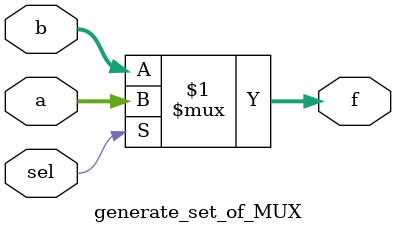
<source format=v>
`timescale 1ns / 1ps
module generate_set_of_MUX(a, b, f, sel);
	input [0:3] a, b;
	input sel; 
	output [0:3] f; 
	assign f = sel ? a : b;


endmodule

</source>
